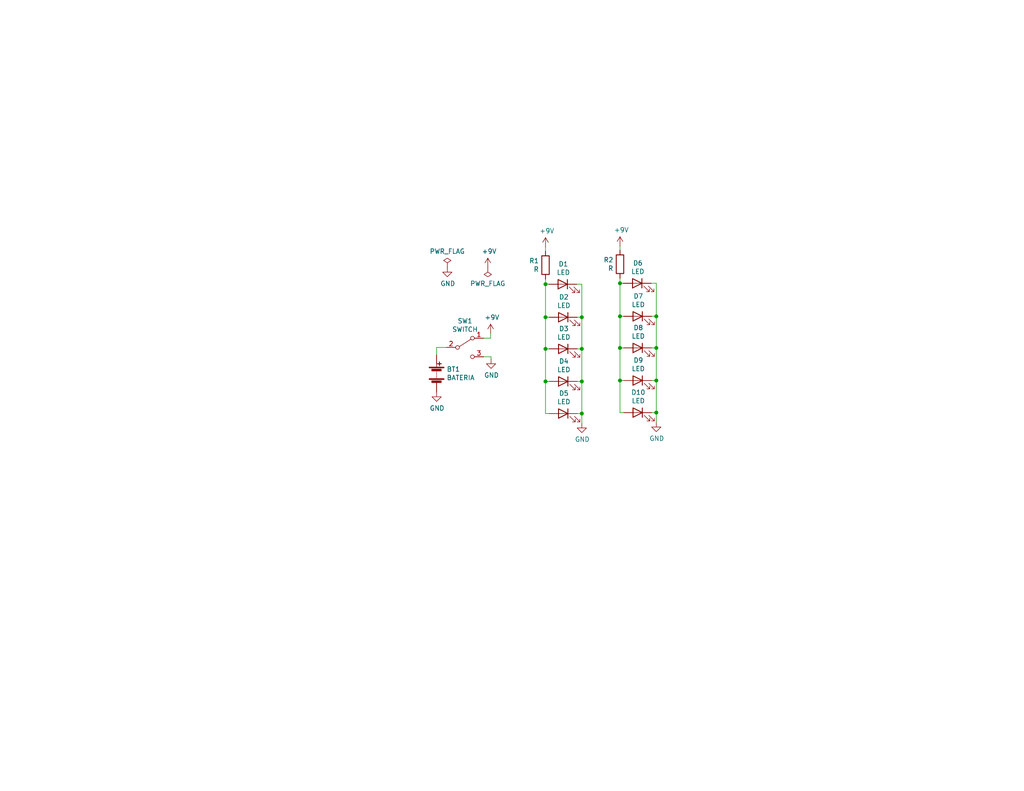
<source format=kicad_sch>
(kicad_sch (version 20211123) (generator eeschema)
  (paper "USLetter")
  (title_block (title "Christmas tree") (rev "1.0") (company "Cristóbal Cuevas Lagos"))
  (lib_symbols
    (symbol "Device:Battery" (pin_numbers hide) (pin_names (offset 0) hide)
      (property "Reference" "BT" (at 2.54 2.54 0))
      (property "Value" "Battery" (at 2.54 0 0))
      (symbol "Battery_0_1"
        (rectangle (start -2.032 -1.397) (end 2.032 -1.651) (fill (type outline)))
        (rectangle (start -2.032 1.778) (end 2.032 1.524) (fill (type outline)))
        (rectangle (start -1.3208 -1.9812) (end 1.27 -2.4892) (fill (type outline)))
        (rectangle (start -1.3208 1.1938) (end 1.27 0.6858) (fill (type outline)))
        (polyline (pts (xy 0 -1.524) (xy 0 -1.27)))
        (polyline (pts (xy 0 -1.016) (xy 0 -0.762)))
        (polyline (pts (xy 0 -0.508) (xy 0 -0.254)))
        (polyline (pts (xy 0 0) (xy 0 0.254)))
        (polyline (pts (xy 0 0.508) (xy 0 0.762)))
        (polyline (pts (xy 0 1.778) (xy 0 2.54)))
        (polyline (pts (xy 0.254 2.667) (xy 1.27 2.667)) (stroke (width 0.254)))
        (polyline (pts (xy 0.762 3.175) (xy 0.762 2.159)) (stroke (width 0.254)))
      )
      (symbol "Battery_1_1"
        (pin passive line (at 0 5.08 270) (length 2.54) (name "+") (number "1"))
        (pin passive line (at 0 -5.08 90) (length 2.54) (name "-") (number "2"))
      )
    )
    (symbol "Device:LED" (pin_numbers hide) (pin_names (offset 1.016) hide)
      (property "Reference" "D" (at 0 2.54 0))
      (property "Value" "LED" (at 0 -2.54 0))
      (symbol "LED_0_1"
        (polyline (pts (xy -1.27 -1.27) (xy -1.27 1.27)) (stroke (width 0.254)))
        (polyline (pts (xy -1.27 0) (xy 1.27 0)))
        (polyline (pts (xy 1.27 -1.27) (xy 1.27 1.27) (xy -1.27 0) (xy 1.27 -1.27)) (stroke (width 0.254)))
        (polyline (pts (xy -3.048 -0.762) (xy -4.572 -2.286) (xy -3.81 -2.286) (xy -4.572 -2.286) (xy -4.572 -1.524)))
        (polyline (pts (xy -1.778 -0.762) (xy -3.302 -2.286) (xy -2.54 -2.286) (xy -3.302 -2.286) (xy -3.302 -1.524)))
      )
      (symbol "LED_1_1"
        (pin passive line (at -3.81 0 0) (length 2.54) (name "K") (number "1"))
        (pin passive line (at 3.81 0 180) (length 2.54) (name "A") (number "2"))
      )
    )
    (symbol "Device:R" (pin_numbers hide) (pin_names (offset 0))
      (property "Reference" "R" (at 2.032 0 90))
      (property "Value" "R" (at 0 0 90))
      (symbol "R_0_1"
        (rectangle (start -1.016 -2.54) (end 1.016 2.54) (stroke (width 0.254)))
      )
      (symbol "R_1_1"
        (pin passive line (at 0 3.81 270) (length 1.27) (name "~") (number "1"))
        (pin passive line (at 0 -3.81 90) (length 1.27) (name "~") (number "2"))
      )
    )
    (symbol "Switch:SW_SPDT" (pin_names (offset 0) hide)
      (property "Reference" "SW" (at 0 4.318 0))
      (property "Value" "SW_SPDT" (at 0 -5.08 0))
      (symbol "SW_SPDT_0_0"
        (circle (center -2.032 0) (radius 0.508))
        (circle (center 2.032 -2.54) (radius 0.508))
      )
      (symbol "SW_SPDT_0_1"
        (polyline (pts (xy -1.524 0.254) (xy 1.651 2.286)))
        (circle (center 2.032 2.54) (radius 0.508))
      )
      (symbol "SW_SPDT_1_1"
        (pin passive line (at 5.08 2.54 180) (length 2.54) (name "A") (number "1"))
        (pin passive line (at -5.08 0 0) (length 2.54) (name "B") (number "2"))
        (pin passive line (at 5.08 -2.54 180) (length 2.54) (name "C") (number "3"))
      )
    )
    (symbol "power:+9V" (power) (pin_names (offset 0))
      (property "Value" "+9V" (at 0 3.556 0))
      (symbol "+9V_0_1"
        (polyline (pts (xy -0.762 1.27) (xy 0 2.54)))
        (polyline (pts (xy 0 0) (xy 0 2.54)))
        (polyline (pts (xy 0 2.54) (xy 0.762 1.27)))
      )
      (symbol "+9V_1_1"
        (pin power_in line (at 0 0 90) (length 0) hide (name "+9V") (number "1"))
      )
    )
    (symbol "power:GND" (power) (pin_names (offset 0))
      (property "Value" "GND" (at 0 -3.81 0))
      (symbol "GND_0_1"
        (polyline (pts (xy 0 0) (xy 0 -1.27) (xy 1.27 -1.27) (xy 0 -2.54) (xy -1.27 -1.27) (xy 0 -1.27)))
      )
      (symbol "GND_1_1"
        (pin power_in line (at 0 0 270) (length 0) hide (name "GND") (number "1"))
      )
    )
    (symbol "power:PWR_FLAG" (power) (pin_numbers hide) (pin_names (offset 0) hide)
      (property "Value" "PWR_FLAG" (at 0 3.81 0))
      (symbol "PWR_FLAG_0_0"
        (pin power_out line (at 0 0 90) (length 0) (name "pwr") (number "1"))
      )
      (symbol "PWR_FLAG_0_1"
        (polyline (pts (xy 0 0) (xy 0 1.27) (xy -1.016 1.905) (xy 0 2.54) (xy 1.016 1.905) (xy 0 1.27)))
      )
    )
  )
  (junction (at 148.844 86.614))
  (junction (at 148.844 95.25))
  (junction (at 169.164 86.36))
  (junction (at 169.164 94.996))
  (junction (at 179.07 112.649))
  (junction (at 148.844 77.597))
  (junction (at 179.07 94.996))
  (junction (at 158.75 95.25))
  (junction (at 158.75 104.14))
  (junction (at 169.164 77.343))
  (junction (at 179.07 86.36))
  (junction (at 158.75 112.903))
  (junction (at 179.07 103.886))
  (junction (at 148.844 104.14))
  (junction (at 169.164 103.886))
  (junction (at 158.75 86.614))
  (wire (pts (xy 169.164 77.343) (xy 170.053 77.343)))
  (wire (pts (xy 148.844 112.903) (xy 148.844 104.14)))
  (wire (pts (xy 179.07 94.996) (xy 179.07 86.36)))
  (wire (pts (xy 158.75 104.14) (xy 158.75 95.25)))
  (wire (pts (xy 179.07 86.36) (xy 177.8 86.36)))
  (wire (pts (xy 148.844 77.597) (xy 149.733 77.597)))
  (wire (pts (xy 169.164 112.649) (xy 169.164 103.886)))
  (wire (pts (xy 157.48 95.25) (xy 158.75 95.25)))
  (wire (pts (xy 148.844 104.14) (xy 148.844 95.25)))
  (wire (pts (xy 157.48 112.903) (xy 158.75 112.903)))
  (wire (pts (xy 177.8 103.886) (xy 179.07 103.886)))
  (wire (pts (xy 179.07 112.649) (xy 179.07 103.886)))
  (wire (pts (xy 157.353 77.597) (xy 158.75 77.597)))
  (wire (pts (xy 131.953 92.329) (xy 133.858 92.329)))
  (wire (pts (xy 179.07 103.886) (xy 179.07 94.996)))
  (wire (pts (xy 169.164 86.36) (xy 170.18 86.36)))
  (wire (pts (xy 148.844 67.437) (xy 148.844 68.58)))
  (wire (pts (xy 169.164 75.946) (xy 169.164 77.343)))
  (wire (pts (xy 148.844 95.25) (xy 148.844 86.614)))
  (wire (pts (xy 148.844 86.614) (xy 149.86 86.614)))
  (wire (pts (xy 149.86 95.25) (xy 148.844 95.25)))
  (wire (pts (xy 169.164 94.996) (xy 169.164 86.36)))
  (wire (pts (xy 133.985 97.409) (xy 133.985 98.044)))
  (wire (pts (xy 149.86 104.14) (xy 148.844 104.14)))
  (wire (pts (xy 158.75 112.903) (xy 158.75 104.14)))
  (wire (pts (xy 179.07 115.316) (xy 179.07 112.649)))
  (wire (pts (xy 131.953 97.409) (xy 133.985 97.409)))
  (wire (pts (xy 169.164 67.183) (xy 169.164 68.326)))
  (wire (pts (xy 170.18 112.649) (xy 169.164 112.649)))
  (wire (pts (xy 177.8 112.649) (xy 179.07 112.649)))
  (wire (pts (xy 169.164 77.343) (xy 169.164 86.36)))
  (wire (pts (xy 158.75 115.57) (xy 158.75 112.903)))
  (wire (pts (xy 148.844 77.597) (xy 148.844 86.614)))
  (wire (pts (xy 170.18 94.996) (xy 169.164 94.996)))
  (wire (pts (xy 170.18 103.886) (xy 169.164 103.886)))
  (wire (pts (xy 121.793 94.869) (xy 119.126 94.869)))
  (wire (pts (xy 158.75 95.25) (xy 158.75 86.614)))
  (wire (pts (xy 177.673 77.343) (xy 179.07 77.343)))
  (wire (pts (xy 179.07 77.343) (xy 179.07 86.36)))
  (wire (pts (xy 149.86 112.903) (xy 148.844 112.903)))
  (wire (pts (xy 133.858 92.329) (xy 133.858 91.059)))
  (wire (pts (xy 177.8 94.996) (xy 179.07 94.996)))
  (wire (pts (xy 148.844 76.2) (xy 148.844 77.597)))
  (wire (pts (xy 119.126 94.869) (xy 119.126 96.901)))
  (wire (pts (xy 169.164 103.886) (xy 169.164 94.996)))
  (wire (pts (xy 158.75 77.597) (xy 158.75 86.614)))
  (wire (pts (xy 158.75 86.614) (xy 157.48 86.614)))
  (wire (pts (xy 157.48 104.14) (xy 158.75 104.14)))
  (symbol (lib_id "power:+9V") (at 133.858 91.059 0) (unit 1)
    (property "Reference" "#PWR02" (effects hide))
    (property "Value" "+9V" (at 134.239 86.6648 0))
  )
  (symbol (lib_id "power:GND") (at 119.126 107.061 0) (unit 1)
    (property "Reference" "#PWR01" (effects hide))
    (property "Value" "GND" (at 119.253 111.4552 0))
  )
  (symbol (lib_id "Device:Battery") (at 119.126 101.981 0) (unit 1)
    (property "Reference" "BT1" (at 121.8692 100.8126 0) (effects (justify left)))
    (property "Value" "BATERIA" (at 121.8692 103.124 0) (effects (justify left)))
    (property "Footprint" "Connector_PinHeader_2.54mm:PinHeader_1x02_P2.54mm_Vertical" (effects hide))
  )
  (symbol (lib_id "Device:LED") (at 173.863 77.343 0) (mirror y) (unit 1)
    (property "Reference" "D6" (at 174.0408 71.8312 0))
    (property "Value" "LED" (at 174.0408 74.1426 0))
    (property "Footprint" "LED_THT:LED_D5.0mm" (effects hide))
  )
  (symbol (lib_id "Device:LED") (at 173.99 86.36 0) (mirror y) (unit 1)
    (property "Reference" "D7" (at 174.1678 80.8482 0))
    (property "Value" "LED" (at 174.1678 83.1596 0))
    (property "Footprint" "LED_THT:LED_D5.0mm" (effects hide))
  )
  (symbol (lib_id "Device:LED") (at 173.99 94.996 0) (mirror y) (unit 1)
    (property "Reference" "D8" (at 174.1678 89.4842 0))
    (property "Value" "LED" (at 174.1678 91.7956 0))
    (property "Footprint" "LED_THT:LED_D5.0mm" (effects hide))
  )
  (symbol (lib_id "Device:LED") (at 173.99 103.886 0) (mirror y) (unit 1)
    (property "Reference" "D9" (at 174.1678 98.3742 0))
    (property "Value" "LED" (at 174.1678 100.6856 0))
    (property "Footprint" "LED_THT:LED_D5.0mm" (effects hide))
  )
  (symbol (lib_id "Device:LED") (at 173.99 112.649 0) (mirror y) (unit 1)
    (property "Reference" "D10" (at 174.1678 107.1372 0))
    (property "Value" "LED" (at 174.1678 109.4486 0))
    (property "Footprint" "LED_THT:LED_D5.0mm" (effects hide))
  )
  (symbol (lib_id "power:+9V") (at 169.164 67.183 0) (unit 1)
    (property "Reference" "#PWR05" (effects hide))
    (property "Value" "+9V" (at 169.545 62.7888 0))
  )
  (symbol (lib_id "Device:R") (at 169.164 72.136 0) (mirror x) (unit 1)
    (property "Reference" "R2" (at 167.386 70.9676 0) (effects (justify right)))
    (property "Value" "R" (at 167.386 73.279 0) (effects (justify right)))
    (property "Footprint" "Resistor_THT:R_Axial_DIN0204_L3.6mm_D1.6mm_P5.08mm_Horizontal" (effects hide))
  )
  (symbol (lib_id "power:GND") (at 179.07 115.316 0) (unit 1)
    (property "Reference" "#PWR06" (effects hide))
    (property "Value" "GND" (at 179.197 119.7102 0))
  )
  (symbol (lib_id "Device:LED") (at 153.543 77.597 0) (mirror y) (unit 1)
    (property "Reference" "D1" (at 153.7208 72.0852 0))
    (property "Value" "LED" (at 153.7208 74.3966 0))
    (property "Footprint" "LED_THT:LED_D5.0mm" (effects hide))
  )
  (symbol (lib_id "Device:LED") (at 153.67 86.614 0) (mirror y) (unit 1)
    (property "Reference" "D2" (at 153.8478 81.1022 0))
    (property "Value" "LED" (at 153.8478 83.4136 0))
    (property "Footprint" "LED_THT:LED_D5.0mm" (effects hide))
  )
  (symbol (lib_id "Device:LED") (at 153.67 95.25 0) (mirror y) (unit 1)
    (property "Reference" "D3" (at 153.8478 89.7382 0))
    (property "Value" "LED" (at 153.8478 92.0496 0))
    (property "Footprint" "LED_THT:LED_D5.0mm" (effects hide))
  )
  (symbol (lib_id "Device:LED") (at 153.67 104.14 0) (mirror y) (unit 1)
    (property "Reference" "D4" (at 153.8478 98.6282 0))
    (property "Value" "LED" (at 153.8478 100.9396 0))
    (property "Footprint" "LED_THT:LED_D5.0mm" (effects hide))
  )
  (symbol (lib_id "Device:LED") (at 153.67 112.903 0) (mirror y) (unit 1)
    (property "Reference" "D5" (at 153.8478 107.3912 0))
    (property "Value" "LED" (at 153.8478 109.7026 0))
    (property "Footprint" "LED_THT:LED_D5.0mm" (effects hide))
  )
  (symbol (lib_id "power:+9V") (at 148.844 67.437 0) (unit 1)
    (property "Reference" "#PWR03" (effects hide))
    (property "Value" "+9V" (at 149.225 63.0428 0))
  )
  (symbol (lib_id "Device:R") (at 148.844 72.39 0) (mirror x) (unit 1)
    (property "Reference" "R1" (at 147.066 71.2216 0) (effects (justify right)))
    (property "Value" "R" (at 147.066 73.533 0) (effects (justify right)))
    (property "Footprint" "Resistor_THT:R_Axial_DIN0204_L3.6mm_D1.6mm_P5.08mm_Horizontal" (effects hide))
  )
  (symbol (lib_id "power:GND") (at 158.75 115.57 0) (unit 1)
    (property "Reference" "#PWR04" (effects hide))
    (property "Value" "GND" (at 158.877 119.9642 0))
  )
  (symbol (lib_id "Switch:SW_SPDT") (at 126.873 94.869 0) (unit 1)
    (property "Reference" "SW1" (at 126.873 87.63 0))
    (property "Value" "SWITCH" (at 126.873 89.9414 0))
    (property "Footprint" "Button_Switch_THT:SW_E-Switch_EG1224_SPDT_Angled" (effects hide))
  )
  (symbol (lib_id "power:GND") (at 133.985 98.044 0) (unit 1)
    (property "Reference" "#PWR0101" (effects hide))
    (property "Value" "GND" (at 134.112 102.4382 0))
  )
  (symbol (lib_id "power:PWR_FLAG") (at 133.096 73.025 180) (unit 1)
    (property "Reference" "#FLG0101" (effects hide))
    (property "Value" "PWR_FLAG" (at 133.096 77.4192 0))
  )
  (symbol (lib_id "power:PWR_FLAG") (at 122.047 73.025 0) (unit 1)
    (property "Reference" "#FLG0102" (effects hide))
    (property "Value" "PWR_FLAG" (at 122.047 68.6308 0))
  )
  (symbol (lib_id "power:GND") (at 122.047 73.025 0) (unit 1)
    (property "Reference" "#PWR0102" (effects hide))
    (property "Value" "GND" (at 122.174 77.4192 0))
  )
  (symbol (lib_id "power:+9V") (at 133.096 73.025 0) (unit 1)
    (property "Reference" "#PWR0103" (effects hide))
    (property "Value" "+9V" (at 133.477 68.6308 0))
  )
)
</source>
